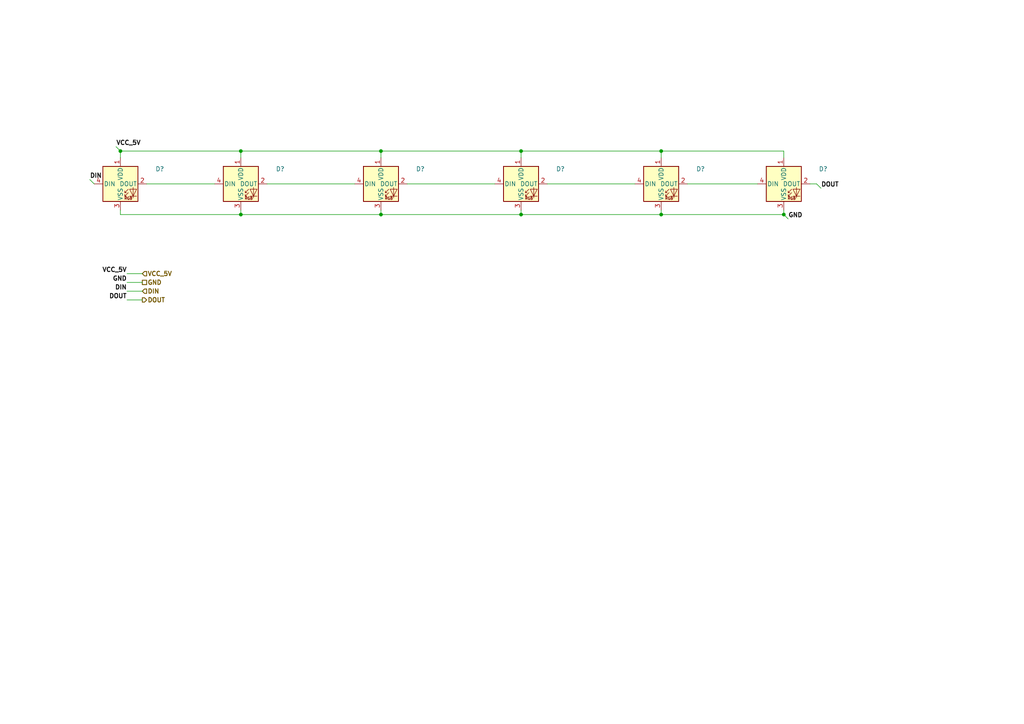
<source format=kicad_sch>
(kicad_sch (version 20211123) (generator eeschema)
  (paper "A4")
  (title_block (title "CanSat 2023") (rev "2022") (company "The Project SkyFall") (comment 1 "David Haisman"))
  (lib_symbols
    (symbol "LED:WS2812B" (pin_names (offset 0.254))
      (property "Reference" "D" (at 5.08 5.715 0))
      (property "Value" "WS2812B" (at 1.27 -5.715 0))
      (symbol "WS2812B_0_0"
        (text "RGB" (at 2.286 -4.191 0) (effects (font (size 0.762 0.762))))
      )
      (symbol "WS2812B_0_1"
        (polyline (pts (xy 1.27 -3.556) (xy 1.778 -3.556)))
        (polyline (pts (xy 1.27 -2.54) (xy 1.778 -2.54)))
        (polyline (pts (xy 4.699 -3.556) (xy 2.667 -3.556)))
        (polyline (pts (xy 2.286 -2.54) (xy 1.27 -3.556) (xy 1.27 -3.048)))
        (polyline (pts (xy 2.286 -1.524) (xy 1.27 -2.54) (xy 1.27 -2.032)))
        (polyline (pts (xy 3.683 -1.016) (xy 3.683 -3.556) (xy 3.683 -4.064)))
        (polyline (pts (xy 4.699 -1.524) (xy 2.667 -1.524) (xy 3.683 -3.556) (xy 4.699 -1.524)))
        (rectangle (start 5.08 5.08) (end -5.08 -5.08) (stroke (width 0.254)) (fill (type background)))
      )
      (symbol "WS2812B_1_1"
        (pin power_in line (at 0 7.62 270) (length 2.54) (name "VDD") (number "1"))
        (pin output line (at 7.62 0 180) (length 2.54) (name "DOUT") (number "2"))
        (pin power_in line (at 0 -7.62 90) (length 2.54) (name "VSS") (number "3"))
        (pin input line (at -7.62 0 0) (length 2.54) (name "DIN") (number "4"))
      )
    )
  )
  (junction (at 227.33 62.23))
  (junction (at 191.77 43.815))
  (junction (at 110.49 62.23))
  (junction (at 191.77 62.23))
  (junction (at 69.85 43.815))
  (junction (at 151.13 43.815))
  (junction (at 34.925 43.815))
  (junction (at 69.85 62.23))
  (junction (at 110.49 43.815))
  (junction (at 151.13 62.23))
  (wire (pts (xy 236.855 53.34) (xy 238.125 54.61)))
  (wire (pts (xy 191.77 62.23) (xy 227.33 62.23)))
  (wire (pts (xy 27.305 53.34) (xy 26.035 52.07)))
  (wire (pts (xy 191.77 43.815) (xy 227.33 43.815)))
  (wire (pts (xy 42.545 53.34) (xy 62.23 53.34)))
  (wire (pts (xy 110.49 62.23) (xy 151.13 62.23)))
  (wire (pts (xy 191.77 60.96) (xy 191.77 62.23)))
  (wire (pts (xy 34.925 60.96) (xy 34.925 62.23)))
  (wire (pts (xy 118.11 53.34) (xy 143.51 53.34)))
  (wire (pts (xy 151.13 43.815) (xy 191.77 43.815)))
  (wire (pts (xy 158.75 53.34) (xy 184.15 53.34)))
  (wire (pts (xy 34.925 45.72) (xy 34.925 43.815)))
  (wire (pts (xy 227.33 43.815) (xy 227.33 45.72)))
  (wire (pts (xy 34.925 62.23) (xy 69.85 62.23)))
  (wire (pts (xy 69.85 45.72) (xy 69.85 43.815)))
  (wire (pts (xy 110.49 60.96) (xy 110.49 62.23)))
  (wire (pts (xy 227.33 62.23) (xy 228.6 63.5)))
  (wire (pts (xy 110.49 45.72) (xy 110.49 43.815)))
  (wire (pts (xy 151.13 62.23) (xy 191.77 62.23)))
  (wire (pts (xy 69.85 60.96) (xy 69.85 62.23)))
  (wire (pts (xy 36.83 79.375) (xy 41.275 79.375)))
  (wire (pts (xy 36.83 86.995) (xy 41.275 86.995)))
  (wire (pts (xy 34.925 43.815) (xy 33.655 42.545)))
  (wire (pts (xy 77.47 53.34) (xy 102.87 53.34)))
  (wire (pts (xy 69.85 43.815) (xy 110.49 43.815)))
  (wire (pts (xy 69.85 62.23) (xy 110.49 62.23)))
  (wire (pts (xy 110.49 43.815) (xy 151.13 43.815)))
  (wire (pts (xy 34.925 43.815) (xy 69.85 43.815)))
  (wire (pts (xy 151.13 45.72) (xy 151.13 43.815)))
  (wire (pts (xy 151.13 60.96) (xy 151.13 62.23)))
  (wire (pts (xy 36.83 84.455) (xy 41.275 84.455)))
  (wire (pts (xy 41.275 81.915) (xy 36.83 81.915)))
  (wire (pts (xy 234.95 53.34) (xy 236.855 53.34)))
  (wire (pts (xy 199.39 53.34) (xy 219.71 53.34)))
  (wire (pts (xy 191.77 45.72) (xy 191.77 43.815)))
  (wire (pts (xy 227.33 62.23) (xy 227.33 60.96)))
  (label "GND" (at 36.83 81.915 180) (effects (font (thickness 0.254) bold)))
  (label "DIN" (at 36.83 84.455 180) (effects (font bold)))
  (label "GND" (at 228.6 63.5 0) (effects (font (thickness 0.254) bold)))
  (label "VCC_5V" (at 36.83 79.375 180) (effects (font bold)))
  (label "DIN" (at 26.035 52.07 0) (effects (font bold)))
  (label "DOUT" (at 238.125 54.61 0) (effects (font bold)))
  (label "VCC_5V" (at 33.655 42.545 0) (effects (font bold)))
  (label "DOUT" (at 36.83 86.995 180) (effects (font bold)))
  (hierarchical_label "DOUT" (shape output) (at 41.275 86.995 0) (effects (font bold)))
  (hierarchical_label "DIN" (shape input) (at 41.275 84.455 0) (effects (font bold)))
  (hierarchical_label "GND" (shape passive) (at 41.275 81.915 0) (effects (font bold)))
  (hierarchical_label "VCC_5V" (shape input) (at 41.275 79.375 0) (effects (font bold)))
  (symbol (lib_id "LED:WS2812B") (at 110.49 53.34 0) (unit 1)
    (property "Reference" "D?" (at 121.92 49.0093 0))
    (property "Datasheet" "https://cdn-shop.adafruit.com/datasheets/WS2812B.pdf" (effects hide))
  )
  (symbol (lib_id "LED:WS2812B") (at 151.13 53.34 0) (unit 1)
    (property "Reference" "D?" (at 162.56 49.0093 0))
    (property "Datasheet" "https://cdn-shop.adafruit.com/datasheets/WS2812B.pdf" (effects hide))
  )
  (symbol (lib_id "LED:WS2812B") (at 191.77 53.34 0) (unit 1)
    (property "Reference" "D?" (at 203.2 49.0093 0))
    (property "Datasheet" "https://cdn-shop.adafruit.com/datasheets/WS2812B.pdf" (effects hide))
  )
  (symbol (lib_id "LED:WS2812B") (at 227.33 53.34 0) (unit 1)
    (property "Reference" "D?" (at 238.76 49.0093 0))
    (property "Datasheet" "https://cdn-shop.adafruit.com/datasheets/WS2812B.pdf" (effects hide))
  )
  (symbol (lib_id "LED:WS2812B") (at 69.85 53.34 0) (unit 1)
    (property "Reference" "D?" (at 81.28 49.0093 0))
    (property "Datasheet" "https://cdn-shop.adafruit.com/datasheets/WS2812B.pdf" (effects hide))
  )
  (symbol (lib_id "LED:WS2812B") (at 34.925 53.34 0) (unit 1)
    (property "Reference" "D?" (at 46.355 49.0093 0))
    (property "Datasheet" "https://cdn-shop.adafruit.com/datasheets/WS2812B.pdf" (effects hide))
  )
)
</source>
